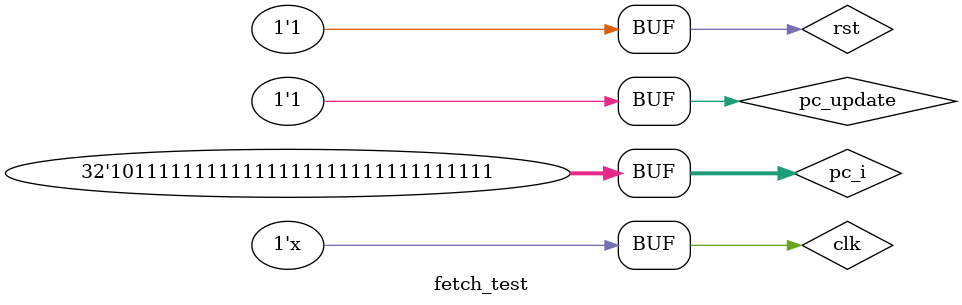
<source format=v>
`timescale 1ns / 1ps


module fetch_test();
parameter rst_repiod = 100; 
parameter pc_update_delay = 200; 
reg rst;
reg clk;

initial
begin
    clk = 0;
    rst = 0;
    #rst_repiod;
    rst = 1;   
end

always
begin
    #10 clk<=~clk;
end
wire [3:0]t;
clk clk_test(rst,clk,t);

wire [3:0]start;
assign start = t;

reg pc_update;
reg [31:0]pc_i;

initial
begin
	pc_update=0;
	#pc_update_delay;
	 pc_update=1;
	pc_i=32'hbfffffff;
end

wire [31:0]ir_o;
wire [31:0]npc;
fetch fetch_test(start,ir_o,npc,pc_update,pc_i);

endmodule

</source>
